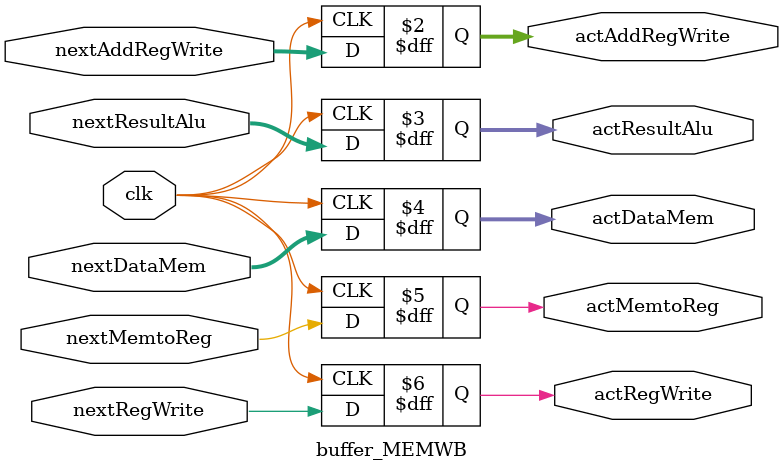
<source format=sv>

module buffer_MEMWB(input logic clk,nextMemtoReg,nextRegWrite,
                    input logic [4:0] nextAddRegWrite,
                    input logic [63:0] nextResultAlu,nextDataMem,
                    output logic [4:0] actAddRegWrite,
                    output logic [63:0] actResultAlu,actDataMem,
                    output logic actMemtoReg,actRegWrite
    );

always_ff @(posedge clk)
begin
        actRegWrite <= nextRegWrite;
        actResultAlu <= nextResultAlu;
        actDataMem <= nextDataMem;
        actMemtoReg <= nextMemtoReg;
        actAddRegWrite <= nextAddRegWrite;
end

endmodule

</source>
